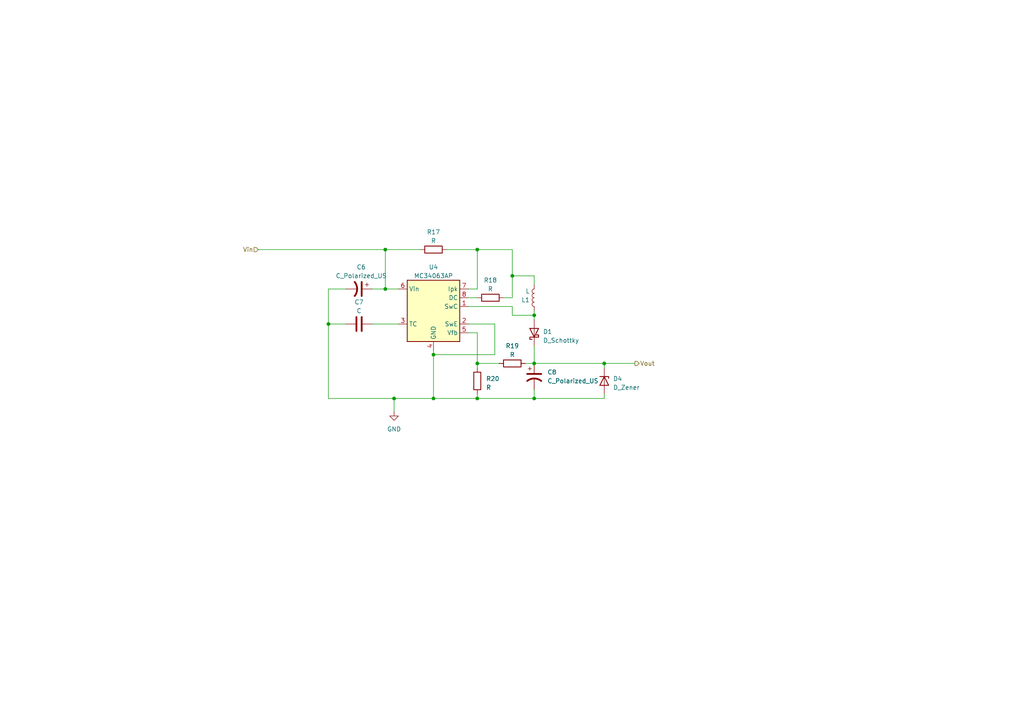
<source format=kicad_sch>
(kicad_sch (version 20230121) (generator eeschema)

  (uuid 8dfc17ad-f658-44a1-8855-903ab76147fe)

  (paper "A4")

  (lib_symbols
    (symbol "Device:C" (pin_numbers hide) (pin_names (offset 0.254)) (in_bom yes) (on_board yes)
      (property "Reference" "C" (at 0.635 2.54 0)
        (effects (font (size 1.27 1.27)) (justify left))
      )
      (property "Value" "C" (at 0.635 -2.54 0)
        (effects (font (size 1.27 1.27)) (justify left))
      )
      (property "Footprint" "" (at 0.9652 -3.81 0)
        (effects (font (size 1.27 1.27)) hide)
      )
      (property "Datasheet" "~" (at 0 0 0)
        (effects (font (size 1.27 1.27)) hide)
      )
      (property "ki_keywords" "cap capacitor" (at 0 0 0)
        (effects (font (size 1.27 1.27)) hide)
      )
      (property "ki_description" "Unpolarized capacitor" (at 0 0 0)
        (effects (font (size 1.27 1.27)) hide)
      )
      (property "ki_fp_filters" "C_*" (at 0 0 0)
        (effects (font (size 1.27 1.27)) hide)
      )
      (symbol "C_0_1"
        (polyline
          (pts
            (xy -2.032 -0.762)
            (xy 2.032 -0.762)
          )
          (stroke (width 0.508) (type default))
          (fill (type none))
        )
        (polyline
          (pts
            (xy -2.032 0.762)
            (xy 2.032 0.762)
          )
          (stroke (width 0.508) (type default))
          (fill (type none))
        )
      )
      (symbol "C_1_1"
        (pin passive line (at 0 3.81 270) (length 2.794)
          (name "~" (effects (font (size 1.27 1.27))))
          (number "1" (effects (font (size 1.27 1.27))))
        )
        (pin passive line (at 0 -3.81 90) (length 2.794)
          (name "~" (effects (font (size 1.27 1.27))))
          (number "2" (effects (font (size 1.27 1.27))))
        )
      )
    )
    (symbol "Device:C_Polarized_US" (pin_numbers hide) (pin_names (offset 0.254) hide) (in_bom yes) (on_board yes)
      (property "Reference" "C" (at 0.635 2.54 0)
        (effects (font (size 1.27 1.27)) (justify left))
      )
      (property "Value" "C_Polarized_US" (at 0.635 -2.54 0)
        (effects (font (size 1.27 1.27)) (justify left))
      )
      (property "Footprint" "" (at 0 0 0)
        (effects (font (size 1.27 1.27)) hide)
      )
      (property "Datasheet" "~" (at 0 0 0)
        (effects (font (size 1.27 1.27)) hide)
      )
      (property "ki_keywords" "cap capacitor" (at 0 0 0)
        (effects (font (size 1.27 1.27)) hide)
      )
      (property "ki_description" "Polarized capacitor, US symbol" (at 0 0 0)
        (effects (font (size 1.27 1.27)) hide)
      )
      (property "ki_fp_filters" "CP_*" (at 0 0 0)
        (effects (font (size 1.27 1.27)) hide)
      )
      (symbol "C_Polarized_US_0_1"
        (polyline
          (pts
            (xy -2.032 0.762)
            (xy 2.032 0.762)
          )
          (stroke (width 0.508) (type default))
          (fill (type none))
        )
        (polyline
          (pts
            (xy -1.778 2.286)
            (xy -0.762 2.286)
          )
          (stroke (width 0) (type default))
          (fill (type none))
        )
        (polyline
          (pts
            (xy -1.27 1.778)
            (xy -1.27 2.794)
          )
          (stroke (width 0) (type default))
          (fill (type none))
        )
        (arc (start 2.032 -1.27) (mid 0 -0.5572) (end -2.032 -1.27)
          (stroke (width 0.508) (type default))
          (fill (type none))
        )
      )
      (symbol "C_Polarized_US_1_1"
        (pin passive line (at 0 3.81 270) (length 2.794)
          (name "~" (effects (font (size 1.27 1.27))))
          (number "1" (effects (font (size 1.27 1.27))))
        )
        (pin passive line (at 0 -3.81 90) (length 3.302)
          (name "~" (effects (font (size 1.27 1.27))))
          (number "2" (effects (font (size 1.27 1.27))))
        )
      )
    )
    (symbol "Device:D_Schottky" (pin_numbers hide) (pin_names (offset 1.016) hide) (in_bom yes) (on_board yes)
      (property "Reference" "D" (at 0 2.54 0)
        (effects (font (size 1.27 1.27)))
      )
      (property "Value" "D_Schottky" (at 0 -2.54 0)
        (effects (font (size 1.27 1.27)))
      )
      (property "Footprint" "" (at 0 0 0)
        (effects (font (size 1.27 1.27)) hide)
      )
      (property "Datasheet" "~" (at 0 0 0)
        (effects (font (size 1.27 1.27)) hide)
      )
      (property "ki_keywords" "diode Schottky" (at 0 0 0)
        (effects (font (size 1.27 1.27)) hide)
      )
      (property "ki_description" "Schottky diode" (at 0 0 0)
        (effects (font (size 1.27 1.27)) hide)
      )
      (property "ki_fp_filters" "TO-???* *_Diode_* *SingleDiode* D_*" (at 0 0 0)
        (effects (font (size 1.27 1.27)) hide)
      )
      (symbol "D_Schottky_0_1"
        (polyline
          (pts
            (xy 1.27 0)
            (xy -1.27 0)
          )
          (stroke (width 0) (type default))
          (fill (type none))
        )
        (polyline
          (pts
            (xy 1.27 1.27)
            (xy 1.27 -1.27)
            (xy -1.27 0)
            (xy 1.27 1.27)
          )
          (stroke (width 0.254) (type default))
          (fill (type none))
        )
        (polyline
          (pts
            (xy -1.905 0.635)
            (xy -1.905 1.27)
            (xy -1.27 1.27)
            (xy -1.27 -1.27)
            (xy -0.635 -1.27)
            (xy -0.635 -0.635)
          )
          (stroke (width 0.254) (type default))
          (fill (type none))
        )
      )
      (symbol "D_Schottky_1_1"
        (pin passive line (at -3.81 0 0) (length 2.54)
          (name "K" (effects (font (size 1.27 1.27))))
          (number "1" (effects (font (size 1.27 1.27))))
        )
        (pin passive line (at 3.81 0 180) (length 2.54)
          (name "A" (effects (font (size 1.27 1.27))))
          (number "2" (effects (font (size 1.27 1.27))))
        )
      )
    )
    (symbol "Device:D_Zener" (pin_numbers hide) (pin_names (offset 1.016) hide) (in_bom yes) (on_board yes)
      (property "Reference" "D" (at 0 2.54 0)
        (effects (font (size 1.27 1.27)))
      )
      (property "Value" "D_Zener" (at 0 -2.54 0)
        (effects (font (size 1.27 1.27)))
      )
      (property "Footprint" "" (at 0 0 0)
        (effects (font (size 1.27 1.27)) hide)
      )
      (property "Datasheet" "~" (at 0 0 0)
        (effects (font (size 1.27 1.27)) hide)
      )
      (property "ki_keywords" "diode" (at 0 0 0)
        (effects (font (size 1.27 1.27)) hide)
      )
      (property "ki_description" "Zener diode" (at 0 0 0)
        (effects (font (size 1.27 1.27)) hide)
      )
      (property "ki_fp_filters" "TO-???* *_Diode_* *SingleDiode* D_*" (at 0 0 0)
        (effects (font (size 1.27 1.27)) hide)
      )
      (symbol "D_Zener_0_1"
        (polyline
          (pts
            (xy 1.27 0)
            (xy -1.27 0)
          )
          (stroke (width 0) (type default))
          (fill (type none))
        )
        (polyline
          (pts
            (xy -1.27 -1.27)
            (xy -1.27 1.27)
            (xy -0.762 1.27)
          )
          (stroke (width 0.254) (type default))
          (fill (type none))
        )
        (polyline
          (pts
            (xy 1.27 -1.27)
            (xy 1.27 1.27)
            (xy -1.27 0)
            (xy 1.27 -1.27)
          )
          (stroke (width 0.254) (type default))
          (fill (type none))
        )
      )
      (symbol "D_Zener_1_1"
        (pin passive line (at -3.81 0 0) (length 2.54)
          (name "K" (effects (font (size 1.27 1.27))))
          (number "1" (effects (font (size 1.27 1.27))))
        )
        (pin passive line (at 3.81 0 180) (length 2.54)
          (name "A" (effects (font (size 1.27 1.27))))
          (number "2" (effects (font (size 1.27 1.27))))
        )
      )
    )
    (symbol "Device:L" (pin_numbers hide) (pin_names (offset 1.016) hide) (in_bom yes) (on_board yes)
      (property "Reference" "L" (at -1.27 0 90)
        (effects (font (size 1.27 1.27)))
      )
      (property "Value" "L" (at 1.905 0 90)
        (effects (font (size 1.27 1.27)))
      )
      (property "Footprint" "" (at 0 0 0)
        (effects (font (size 1.27 1.27)) hide)
      )
      (property "Datasheet" "~" (at 0 0 0)
        (effects (font (size 1.27 1.27)) hide)
      )
      (property "ki_keywords" "inductor choke coil reactor magnetic" (at 0 0 0)
        (effects (font (size 1.27 1.27)) hide)
      )
      (property "ki_description" "Inductor" (at 0 0 0)
        (effects (font (size 1.27 1.27)) hide)
      )
      (property "ki_fp_filters" "Choke_* *Coil* Inductor_* L_*" (at 0 0 0)
        (effects (font (size 1.27 1.27)) hide)
      )
      (symbol "L_0_1"
        (arc (start 0 -2.54) (mid 0.6323 -1.905) (end 0 -1.27)
          (stroke (width 0) (type default))
          (fill (type none))
        )
        (arc (start 0 -1.27) (mid 0.6323 -0.635) (end 0 0)
          (stroke (width 0) (type default))
          (fill (type none))
        )
        (arc (start 0 0) (mid 0.6323 0.635) (end 0 1.27)
          (stroke (width 0) (type default))
          (fill (type none))
        )
        (arc (start 0 1.27) (mid 0.6323 1.905) (end 0 2.54)
          (stroke (width 0) (type default))
          (fill (type none))
        )
      )
      (symbol "L_1_1"
        (pin passive line (at 0 3.81 270) (length 1.27)
          (name "1" (effects (font (size 1.27 1.27))))
          (number "1" (effects (font (size 1.27 1.27))))
        )
        (pin passive line (at 0 -3.81 90) (length 1.27)
          (name "2" (effects (font (size 1.27 1.27))))
          (number "2" (effects (font (size 1.27 1.27))))
        )
      )
    )
    (symbol "Device:R" (pin_numbers hide) (pin_names (offset 0)) (in_bom yes) (on_board yes)
      (property "Reference" "R" (at 2.032 0 90)
        (effects (font (size 1.27 1.27)))
      )
      (property "Value" "R" (at 0 0 90)
        (effects (font (size 1.27 1.27)))
      )
      (property "Footprint" "" (at -1.778 0 90)
        (effects (font (size 1.27 1.27)) hide)
      )
      (property "Datasheet" "~" (at 0 0 0)
        (effects (font (size 1.27 1.27)) hide)
      )
      (property "ki_keywords" "R res resistor" (at 0 0 0)
        (effects (font (size 1.27 1.27)) hide)
      )
      (property "ki_description" "Resistor" (at 0 0 0)
        (effects (font (size 1.27 1.27)) hide)
      )
      (property "ki_fp_filters" "R_*" (at 0 0 0)
        (effects (font (size 1.27 1.27)) hide)
      )
      (symbol "R_0_1"
        (rectangle (start -1.016 -2.54) (end 1.016 2.54)
          (stroke (width 0.254) (type default))
          (fill (type none))
        )
      )
      (symbol "R_1_1"
        (pin passive line (at 0 3.81 270) (length 1.27)
          (name "~" (effects (font (size 1.27 1.27))))
          (number "1" (effects (font (size 1.27 1.27))))
        )
        (pin passive line (at 0 -3.81 90) (length 1.27)
          (name "~" (effects (font (size 1.27 1.27))))
          (number "2" (effects (font (size 1.27 1.27))))
        )
      )
    )
    (symbol "Regulator_Switching:MC34063AP" (in_bom yes) (on_board yes)
      (property "Reference" "U" (at -7.62 8.89 0)
        (effects (font (size 1.27 1.27)) (justify left))
      )
      (property "Value" "MC34063AP" (at 0 8.89 0)
        (effects (font (size 1.27 1.27)) (justify left))
      )
      (property "Footprint" "Package_DIP:DIP-8_W7.62mm" (at 1.27 -11.43 0)
        (effects (font (size 1.27 1.27)) (justify left) hide)
      )
      (property "Datasheet" "http://www.onsemi.com/pub_link/Collateral/MC34063A-D.PDF" (at 12.7 -2.54 0)
        (effects (font (size 1.27 1.27)) hide)
      )
      (property "ki_keywords" "smps buck boost inverting" (at 0 0 0)
        (effects (font (size 1.27 1.27)) hide)
      )
      (property "ki_description" "1.5A, step-up/down/inverting switching regulator, 3-40V Vin, 100kHz, DIP-8" (at 0 0 0)
        (effects (font (size 1.27 1.27)) hide)
      )
      (property "ki_fp_filters" "DIP*W7.62mm*" (at 0 0 0)
        (effects (font (size 1.27 1.27)) hide)
      )
      (symbol "MC34063AP_0_1"
        (rectangle (start -7.62 7.62) (end 7.62 -10.16)
          (stroke (width 0.254) (type default))
          (fill (type background))
        )
      )
      (symbol "MC34063AP_1_1"
        (pin open_collector line (at 10.16 0 180) (length 2.54)
          (name "SwC" (effects (font (size 1.27 1.27))))
          (number "1" (effects (font (size 1.27 1.27))))
        )
        (pin open_emitter line (at 10.16 -5.08 180) (length 2.54)
          (name "SwE" (effects (font (size 1.27 1.27))))
          (number "2" (effects (font (size 1.27 1.27))))
        )
        (pin passive line (at -10.16 -5.08 0) (length 2.54)
          (name "TC" (effects (font (size 1.27 1.27))))
          (number "3" (effects (font (size 1.27 1.27))))
        )
        (pin power_in line (at 0 -12.7 90) (length 2.54)
          (name "GND" (effects (font (size 1.27 1.27))))
          (number "4" (effects (font (size 1.27 1.27))))
        )
        (pin input line (at 10.16 -7.62 180) (length 2.54)
          (name "Vfb" (effects (font (size 1.27 1.27))))
          (number "5" (effects (font (size 1.27 1.27))))
        )
        (pin power_in line (at -10.16 5.08 0) (length 2.54)
          (name "Vin" (effects (font (size 1.27 1.27))))
          (number "6" (effects (font (size 1.27 1.27))))
        )
        (pin input line (at 10.16 5.08 180) (length 2.54)
          (name "Ipk" (effects (font (size 1.27 1.27))))
          (number "7" (effects (font (size 1.27 1.27))))
        )
        (pin open_collector line (at 10.16 2.54 180) (length 2.54)
          (name "DC" (effects (font (size 1.27 1.27))))
          (number "8" (effects (font (size 1.27 1.27))))
        )
      )
    )
    (symbol "power:GND" (power) (pin_names (offset 0)) (in_bom yes) (on_board yes)
      (property "Reference" "#PWR" (at 0 -6.35 0)
        (effects (font (size 1.27 1.27)) hide)
      )
      (property "Value" "GND" (at 0 -3.81 0)
        (effects (font (size 1.27 1.27)))
      )
      (property "Footprint" "" (at 0 0 0)
        (effects (font (size 1.27 1.27)) hide)
      )
      (property "Datasheet" "" (at 0 0 0)
        (effects (font (size 1.27 1.27)) hide)
      )
      (property "ki_keywords" "global power" (at 0 0 0)
        (effects (font (size 1.27 1.27)) hide)
      )
      (property "ki_description" "Power symbol creates a global label with name \"GND\" , ground" (at 0 0 0)
        (effects (font (size 1.27 1.27)) hide)
      )
      (symbol "GND_0_1"
        (polyline
          (pts
            (xy 0 0)
            (xy 0 -1.27)
            (xy 1.27 -1.27)
            (xy 0 -2.54)
            (xy -1.27 -1.27)
            (xy 0 -1.27)
          )
          (stroke (width 0) (type default))
          (fill (type none))
        )
      )
      (symbol "GND_1_1"
        (pin power_in line (at 0 0 270) (length 0) hide
          (name "GND" (effects (font (size 1.27 1.27))))
          (number "1" (effects (font (size 1.27 1.27))))
        )
      )
    )
  )

  (junction (at 95.25 93.98) (diameter 0) (color 0 0 0 0)
    (uuid 05796b5a-4ec4-49f2-9362-4669b3642af5)
  )
  (junction (at 138.43 72.39) (diameter 0) (color 0 0 0 0)
    (uuid 09c4e390-7a86-4c00-ad61-8f609e374af1)
  )
  (junction (at 114.3 115.57) (diameter 0) (color 0 0 0 0)
    (uuid 0eadf8fb-c49d-4282-949c-c91d73947429)
  )
  (junction (at 138.43 105.41) (diameter 0) (color 0 0 0 0)
    (uuid 13e15c7a-c2fb-4fca-a96f-3c5fa44cd5b8)
  )
  (junction (at 154.94 105.41) (diameter 0) (color 0 0 0 0)
    (uuid 358fb042-d469-4d6a-857c-7acc563fac1f)
  )
  (junction (at 154.94 115.57) (diameter 0) (color 0 0 0 0)
    (uuid 94d9f6aa-362b-4e9f-8989-3358fab2f962)
  )
  (junction (at 175.26 105.41) (diameter 0) (color 0 0 0 0)
    (uuid b3e9efbf-73b6-4c67-9201-2a4e9924fb8e)
  )
  (junction (at 125.73 115.57) (diameter 0) (color 0 0 0 0)
    (uuid c2b5c521-c48f-43ea-929c-5f3c19842050)
  )
  (junction (at 138.43 115.57) (diameter 0) (color 0 0 0 0)
    (uuid c8079428-3b79-477b-a82c-6a68613fba8f)
  )
  (junction (at 154.94 91.44) (diameter 0) (color 0 0 0 0)
    (uuid d0c7d045-a181-4203-8463-6a5f08dfe09a)
  )
  (junction (at 148.59 80.01) (diameter 0) (color 0 0 0 0)
    (uuid d9d15225-4342-4d10-bbca-a5ef5e3ce815)
  )
  (junction (at 125.73 102.87) (diameter 0) (color 0 0 0 0)
    (uuid da21e461-e2cb-4c72-8ff3-caf12de30e31)
  )
  (junction (at 111.76 72.39) (diameter 0) (color 0 0 0 0)
    (uuid e3792cb4-27d6-40eb-b7af-f7ed97fe7009)
  )
  (junction (at 111.76 83.82) (diameter 0) (color 0 0 0 0)
    (uuid e59b5a70-5389-4d72-8ff1-14e98be70940)
  )

  (wire (pts (xy 100.33 93.98) (xy 95.25 93.98))
    (stroke (width 0) (type default))
    (uuid 0f500e75-3323-4496-8b44-46c567c05df9)
  )
  (wire (pts (xy 175.26 114.3) (xy 175.26 115.57))
    (stroke (width 0) (type default))
    (uuid 16e72b5b-fc86-40a7-8bed-b42dcc13a829)
  )
  (wire (pts (xy 148.59 86.36) (xy 148.59 80.01))
    (stroke (width 0) (type default))
    (uuid 1d1dc612-70ce-4e52-bb22-d051dd528d70)
  )
  (wire (pts (xy 95.25 93.98) (xy 95.25 115.57))
    (stroke (width 0) (type default))
    (uuid 2b52377c-e843-4951-9abf-6ddd3a1183a1)
  )
  (wire (pts (xy 154.94 100.33) (xy 154.94 105.41))
    (stroke (width 0) (type default))
    (uuid 2cffa8a7-f1a0-4104-9cfc-f7cc078183d9)
  )
  (wire (pts (xy 152.4 105.41) (xy 154.94 105.41))
    (stroke (width 0) (type default))
    (uuid 322c3b8c-bb65-461c-860c-39618c34593b)
  )
  (wire (pts (xy 135.89 96.52) (xy 138.43 96.52))
    (stroke (width 0) (type default))
    (uuid 37ce2b6c-97ae-4234-a6b7-1e53da8ce3af)
  )
  (wire (pts (xy 154.94 91.44) (xy 154.94 92.71))
    (stroke (width 0) (type default))
    (uuid 3d4924be-b150-4f2d-be44-ff55c5a4b309)
  )
  (wire (pts (xy 111.76 83.82) (xy 111.76 72.39))
    (stroke (width 0) (type default))
    (uuid 406d2f8b-fd1a-423c-942f-ded33f762891)
  )
  (wire (pts (xy 111.76 83.82) (xy 115.57 83.82))
    (stroke (width 0) (type default))
    (uuid 53693d56-c0dd-4a21-b228-b570dda704cd)
  )
  (wire (pts (xy 175.26 105.41) (xy 175.26 106.68))
    (stroke (width 0) (type default))
    (uuid 55db7c0f-9c18-4520-b252-e89853821827)
  )
  (wire (pts (xy 146.05 86.36) (xy 148.59 86.36))
    (stroke (width 0) (type default))
    (uuid 57d5f1d2-9df1-4fe4-8db9-1228b71e7c5c)
  )
  (wire (pts (xy 154.94 91.44) (xy 154.94 90.17))
    (stroke (width 0) (type default))
    (uuid 58a29a39-0652-449c-8632-b3121c8ca649)
  )
  (wire (pts (xy 144.78 105.41) (xy 138.43 105.41))
    (stroke (width 0) (type default))
    (uuid 5c92075c-d071-44d3-89fd-70f0134124d5)
  )
  (wire (pts (xy 114.3 115.57) (xy 95.25 115.57))
    (stroke (width 0) (type default))
    (uuid 6c569f1f-ef08-4c5c-8966-a8e1106df91a)
  )
  (wire (pts (xy 135.89 83.82) (xy 138.43 83.82))
    (stroke (width 0) (type default))
    (uuid 6c8c94e4-3d06-4171-bf72-f13d80848cae)
  )
  (wire (pts (xy 138.43 72.39) (xy 148.59 72.39))
    (stroke (width 0) (type default))
    (uuid 6ebc8198-620d-4e1a-84cc-2f1454ca63c7)
  )
  (wire (pts (xy 148.59 80.01) (xy 154.94 80.01))
    (stroke (width 0) (type default))
    (uuid 735bac72-4526-4546-8c23-1d5421cdc75f)
  )
  (wire (pts (xy 125.73 101.6) (xy 125.73 102.87))
    (stroke (width 0) (type default))
    (uuid 7e6d3562-1c9c-4e6c-8815-109ada6b0e31)
  )
  (wire (pts (xy 125.73 115.57) (xy 114.3 115.57))
    (stroke (width 0) (type default))
    (uuid 882df963-532b-4e68-acea-b91b556eeddb)
  )
  (wire (pts (xy 135.89 93.98) (xy 143.51 93.98))
    (stroke (width 0) (type default))
    (uuid 8da39c92-f1cc-4edf-aca9-42a12bb3f48a)
  )
  (wire (pts (xy 74.93 72.39) (xy 111.76 72.39))
    (stroke (width 0) (type default))
    (uuid 8dba997a-a7b6-4d09-8adc-80f020275261)
  )
  (wire (pts (xy 148.59 88.9) (xy 148.59 91.44))
    (stroke (width 0) (type default))
    (uuid 8e872a47-9bb1-40e0-9198-76c4c13d0c2d)
  )
  (wire (pts (xy 138.43 115.57) (xy 154.94 115.57))
    (stroke (width 0) (type default))
    (uuid 936b582d-7ccc-4ebd-b54f-e94e90060013)
  )
  (wire (pts (xy 95.25 83.82) (xy 100.33 83.82))
    (stroke (width 0) (type default))
    (uuid 94b635cb-6442-4ce7-a349-9558bedb093c)
  )
  (wire (pts (xy 138.43 105.41) (xy 138.43 106.68))
    (stroke (width 0) (type default))
    (uuid 98568214-e1b8-4ecb-82f4-9395a494a285)
  )
  (wire (pts (xy 143.51 102.87) (xy 125.73 102.87))
    (stroke (width 0) (type default))
    (uuid 9b53d5ba-fd31-4528-89e5-251beddc4510)
  )
  (wire (pts (xy 138.43 114.3) (xy 138.43 115.57))
    (stroke (width 0) (type default))
    (uuid 9df2acbc-4ca8-4fd2-9fff-9525b1bedc3f)
  )
  (wire (pts (xy 143.51 93.98) (xy 143.51 102.87))
    (stroke (width 0) (type default))
    (uuid a2900183-fadc-471f-9c09-3de9fe392076)
  )
  (wire (pts (xy 175.26 105.41) (xy 184.15 105.41))
    (stroke (width 0) (type default))
    (uuid a5a55057-f667-4e69-a756-dfea055e4a3b)
  )
  (wire (pts (xy 129.54 72.39) (xy 138.43 72.39))
    (stroke (width 0) (type default))
    (uuid aa743d86-098a-4a2f-908e-f121b391f6c3)
  )
  (wire (pts (xy 154.94 105.41) (xy 175.26 105.41))
    (stroke (width 0) (type default))
    (uuid b09702ec-e0c6-4843-9be5-111a702d65ab)
  )
  (wire (pts (xy 135.89 88.9) (xy 148.59 88.9))
    (stroke (width 0) (type default))
    (uuid b2aca383-4d2b-42af-b3fa-08f880814dbe)
  )
  (wire (pts (xy 154.94 115.57) (xy 175.26 115.57))
    (stroke (width 0) (type default))
    (uuid b642f8fd-6c10-455b-95b6-b62bbb790e36)
  )
  (wire (pts (xy 95.25 83.82) (xy 95.25 93.98))
    (stroke (width 0) (type default))
    (uuid b892e21c-1fd7-4be7-b8a0-fe711ad04a05)
  )
  (wire (pts (xy 138.43 115.57) (xy 125.73 115.57))
    (stroke (width 0) (type default))
    (uuid b8df1463-7942-4226-b00d-6020688058b2)
  )
  (wire (pts (xy 148.59 80.01) (xy 148.59 72.39))
    (stroke (width 0) (type default))
    (uuid ba4dd974-728c-4546-ba72-aa413e48328e)
  )
  (wire (pts (xy 107.95 83.82) (xy 111.76 83.82))
    (stroke (width 0) (type default))
    (uuid c580f500-3be3-44c5-a7c1-4646101adc4d)
  )
  (wire (pts (xy 138.43 96.52) (xy 138.43 105.41))
    (stroke (width 0) (type default))
    (uuid c971cbe8-0f28-4f19-8b6b-d1616d5e8594)
  )
  (wire (pts (xy 114.3 115.57) (xy 114.3 119.38))
    (stroke (width 0) (type default))
    (uuid cb516de9-b12c-435a-8760-15bf201fb850)
  )
  (wire (pts (xy 138.43 72.39) (xy 138.43 83.82))
    (stroke (width 0) (type default))
    (uuid d754051d-ee73-406c-b905-037f26567b08)
  )
  (wire (pts (xy 154.94 115.57) (xy 154.94 113.03))
    (stroke (width 0) (type default))
    (uuid e045e914-54cc-41c4-80e4-60e2acf31e7e)
  )
  (wire (pts (xy 148.59 91.44) (xy 154.94 91.44))
    (stroke (width 0) (type default))
    (uuid e2dc008c-fc08-480c-aa02-fe36c500f6dc)
  )
  (wire (pts (xy 111.76 72.39) (xy 121.92 72.39))
    (stroke (width 0) (type default))
    (uuid e51b1b47-a0f6-40b9-a729-3518f3a2f525)
  )
  (wire (pts (xy 154.94 82.55) (xy 154.94 80.01))
    (stroke (width 0) (type default))
    (uuid e798d78b-6e22-4ce8-8c7c-65508201a095)
  )
  (wire (pts (xy 107.95 93.98) (xy 115.57 93.98))
    (stroke (width 0) (type default))
    (uuid ec7f4732-becb-4e35-9ee4-b5e779dec40c)
  )
  (wire (pts (xy 135.89 86.36) (xy 138.43 86.36))
    (stroke (width 0) (type default))
    (uuid ef2322e0-d8e8-44d4-a32b-4fc67c589ad2)
  )
  (wire (pts (xy 125.73 102.87) (xy 125.73 115.57))
    (stroke (width 0) (type default))
    (uuid f0babcad-ecde-499b-a881-0a0e92f7c27f)
  )

  (hierarchical_label "Vout" (shape output) (at 184.15 105.41 0) (fields_autoplaced)
    (effects (font (size 1.27 1.27)) (justify left))
    (uuid 45da2905-3b30-4974-ba9f-717909b6ff9b)
  )
  (hierarchical_label "Vin" (shape input) (at 74.93 72.39 180) (fields_autoplaced)
    (effects (font (size 1.27 1.27)) (justify right))
    (uuid cef8f95a-a3e2-4b78-8e90-d8a43441a20c)
  )

  (symbol (lib_id "Device:C_Polarized_US") (at 154.94 109.22 0) (unit 1)
    (in_bom yes) (on_board yes) (dnp no) (fields_autoplaced)
    (uuid 0eceddd3-0793-431f-b34a-131b968fba9f)
    (property "Reference" "C8" (at 158.75 107.95 0)
      (effects (font (size 1.27 1.27)) (justify left))
    )
    (property "Value" "C_Polarized_US" (at 158.75 110.49 0)
      (effects (font (size 1.27 1.27)) (justify left))
    )
    (property "Footprint" "Capacitor_THT:CP_Radial_D10.0mm_P5.00mm" (at 154.94 109.22 0)
      (effects (font (size 1.27 1.27)) hide)
    )
    (property "Datasheet" "~" (at 154.94 109.22 0)
      (effects (font (size 1.27 1.27)) hide)
    )
    (pin "1" (uuid e30d3978-0b8f-461e-9adf-e55dcb7ce672))
    (pin "2" (uuid 287eff66-ddc6-42e4-b9b6-f8594c64c560))
    (instances
      (project "projektkicad"
        (path "/e57db828-30b6-44fa-8660-1cf6ed92f420/739e3d23-c774-4dbe-93cc-4ba9674db9f1"
          (reference "C8") (unit 1)
        )
      )
    )
  )

  (symbol (lib_id "Device:D_Schottky") (at 154.94 96.52 90) (unit 1)
    (in_bom yes) (on_board yes) (dnp no) (fields_autoplaced)
    (uuid 473d9663-003e-4b86-9305-ad1a4ff12c34)
    (property "Reference" "D1" (at 157.48 96.2025 90)
      (effects (font (size 1.27 1.27)) (justify right))
    )
    (property "Value" "D_Schottky" (at 157.48 98.7425 90)
      (effects (font (size 1.27 1.27)) (justify right))
    )
    (property "Footprint" "Diode_SMD:D_SMA_Handsoldering" (at 154.94 96.52 0)
      (effects (font (size 1.27 1.27)) hide)
    )
    (property "Datasheet" "~" (at 154.94 96.52 0)
      (effects (font (size 1.27 1.27)) hide)
    )
    (pin "1" (uuid de1d1385-5d62-4954-bca1-bce60aa051a9))
    (pin "2" (uuid 95e93ac4-1247-4ab5-940b-8108f42d2bca))
    (instances
      (project "projektkicad"
        (path "/e57db828-30b6-44fa-8660-1cf6ed92f420/739e3d23-c774-4dbe-93cc-4ba9674db9f1"
          (reference "D1") (unit 1)
        )
      )
    )
  )

  (symbol (lib_id "Regulator_Switching:MC34063AP") (at 125.73 88.9 0) (unit 1)
    (in_bom yes) (on_board yes) (dnp no) (fields_autoplaced)
    (uuid 4745226b-aeb7-44e3-bd11-30955fd527a4)
    (property "Reference" "U4" (at 125.73 77.47 0)
      (effects (font (size 1.27 1.27)))
    )
    (property "Value" "MC34063AP" (at 125.73 80.01 0)
      (effects (font (size 1.27 1.27)))
    )
    (property "Footprint" "Package_DIP:DIP-8_W7.62mm" (at 127 100.33 0)
      (effects (font (size 1.27 1.27)) (justify left) hide)
    )
    (property "Datasheet" "http://www.onsemi.com/pub_link/Collateral/MC34063A-D.PDF" (at 138.43 91.44 0)
      (effects (font (size 1.27 1.27)) hide)
    )
    (pin "1" (uuid 949e6060-cd83-41e2-991e-4a03a4a62515))
    (pin "2" (uuid bc896c83-7177-47fd-abdd-8a5ae7f32459))
    (pin "3" (uuid 105df73f-a290-4597-8153-91c2a01eca80))
    (pin "4" (uuid dd6e199d-d779-46a1-ac6f-e3d2319cfd35))
    (pin "5" (uuid d03c8076-569d-447f-a133-63b16275d74d))
    (pin "6" (uuid 4849148e-0e87-4fa9-8557-5842039ac5b1))
    (pin "7" (uuid 372ecbc3-c1be-48b7-b7f7-1c1dbf56f47c))
    (pin "8" (uuid 2dc17518-48e7-4a55-ae8d-cce791336706))
    (instances
      (project "projektkicad"
        (path "/e57db828-30b6-44fa-8660-1cf6ed92f420"
          (reference "U4") (unit 1)
        )
        (path "/e57db828-30b6-44fa-8660-1cf6ed92f420/739e3d23-c774-4dbe-93cc-4ba9674db9f1"
          (reference "U6") (unit 1)
        )
      )
    )
  )

  (symbol (lib_id "Device:R") (at 148.59 105.41 90) (unit 1)
    (in_bom yes) (on_board yes) (dnp no) (fields_autoplaced)
    (uuid 51ee62b1-23a4-4150-99f7-bff095e9713e)
    (property "Reference" "R19" (at 148.59 100.33 90)
      (effects (font (size 1.27 1.27)))
    )
    (property "Value" "R" (at 148.59 102.87 90)
      (effects (font (size 1.27 1.27)))
    )
    (property "Footprint" "Resistor_SMD:R_0805_2012Metric_Pad1.20x1.40mm_HandSolder" (at 148.59 107.188 90)
      (effects (font (size 1.27 1.27)) hide)
    )
    (property "Datasheet" "~" (at 148.59 105.41 0)
      (effects (font (size 1.27 1.27)) hide)
    )
    (pin "1" (uuid a6554da5-57cc-489f-8134-688f1f78dbc6))
    (pin "2" (uuid 9ee8108a-f930-4b26-9628-78be5bbd39e6))
    (instances
      (project "projektkicad"
        (path "/e57db828-30b6-44fa-8660-1cf6ed92f420/739e3d23-c774-4dbe-93cc-4ba9674db9f1"
          (reference "R19") (unit 1)
        )
      )
    )
  )

  (symbol (lib_id "Device:R") (at 125.73 72.39 270) (unit 1)
    (in_bom yes) (on_board yes) (dnp no) (fields_autoplaced)
    (uuid 9533ed7d-443b-432a-907a-f79cebb8bde6)
    (property "Reference" "R17" (at 125.73 67.31 90)
      (effects (font (size 1.27 1.27)))
    )
    (property "Value" "R" (at 125.73 69.85 90)
      (effects (font (size 1.27 1.27)))
    )
    (property "Footprint" "Resistor_SMD:R_0805_2012Metric_Pad1.20x1.40mm_HandSolder" (at 125.73 70.612 90)
      (effects (font (size 1.27 1.27)) hide)
    )
    (property "Datasheet" "~" (at 125.73 72.39 0)
      (effects (font (size 1.27 1.27)) hide)
    )
    (pin "1" (uuid 3710aec2-846f-4afe-9270-c8aa5a4a9716))
    (pin "2" (uuid 11ce84cd-0c42-4d89-aec8-600f00cdf456))
    (instances
      (project "projektkicad"
        (path "/e57db828-30b6-44fa-8660-1cf6ed92f420/739e3d23-c774-4dbe-93cc-4ba9674db9f1"
          (reference "R17") (unit 1)
        )
      )
    )
  )

  (symbol (lib_id "Device:C") (at 104.14 93.98 90) (unit 1)
    (in_bom yes) (on_board yes) (dnp no) (fields_autoplaced)
    (uuid 9ce180d8-844e-4584-b4cb-b1f50542bb2b)
    (property "Reference" "C7" (at 104.14 87.63 90)
      (effects (font (size 1.27 1.27)))
    )
    (property "Value" "C" (at 104.14 90.17 90)
      (effects (font (size 1.27 1.27)))
    )
    (property "Footprint" "Capacitor_SMD:C_0805_2012Metric_Pad1.18x1.45mm_HandSolder" (at 107.95 93.0148 0)
      (effects (font (size 1.27 1.27)) hide)
    )
    (property "Datasheet" "~" (at 104.14 93.98 0)
      (effects (font (size 1.27 1.27)) hide)
    )
    (pin "1" (uuid 31a44212-78c1-4aa3-b7d0-269ce88072ba))
    (pin "2" (uuid 8725072e-2c49-4122-a25e-d13eb35927af))
    (instances
      (project "projektkicad"
        (path "/e57db828-30b6-44fa-8660-1cf6ed92f420/739e3d23-c774-4dbe-93cc-4ba9674db9f1"
          (reference "C7") (unit 1)
        )
      )
    )
  )

  (symbol (lib_id "power:GND") (at 114.3 119.38 0) (unit 1)
    (in_bom yes) (on_board yes) (dnp no) (fields_autoplaced)
    (uuid 9e39305f-c508-47b3-adf9-0ba7671f8523)
    (property "Reference" "#PWR010" (at 114.3 125.73 0)
      (effects (font (size 1.27 1.27)) hide)
    )
    (property "Value" "GND" (at 114.3 124.46 0)
      (effects (font (size 1.27 1.27)))
    )
    (property "Footprint" "" (at 114.3 119.38 0)
      (effects (font (size 1.27 1.27)) hide)
    )
    (property "Datasheet" "" (at 114.3 119.38 0)
      (effects (font (size 1.27 1.27)) hide)
    )
    (pin "1" (uuid e82c6095-241c-4680-ab50-4198eb1c8efb))
    (instances
      (project "projektkicad"
        (path "/e57db828-30b6-44fa-8660-1cf6ed92f420/739e3d23-c774-4dbe-93cc-4ba9674db9f1"
          (reference "#PWR010") (unit 1)
        )
      )
    )
  )

  (symbol (lib_id "Device:R") (at 142.24 86.36 90) (unit 1)
    (in_bom yes) (on_board yes) (dnp no) (fields_autoplaced)
    (uuid a73359a7-d85c-4024-ac7a-6bcf7c734760)
    (property "Reference" "R18" (at 142.24 81.28 90)
      (effects (font (size 1.27 1.27)))
    )
    (property "Value" "R" (at 142.24 83.82 90)
      (effects (font (size 1.27 1.27)))
    )
    (property "Footprint" "Resistor_SMD:R_0805_2012Metric_Pad1.20x1.40mm_HandSolder" (at 142.24 88.138 90)
      (effects (font (size 1.27 1.27)) hide)
    )
    (property "Datasheet" "~" (at 142.24 86.36 0)
      (effects (font (size 1.27 1.27)) hide)
    )
    (pin "1" (uuid feef2cd0-7f49-4673-956b-d66366f3c907))
    (pin "2" (uuid d37a13b5-cfbc-4811-bfff-ed17db3685f8))
    (instances
      (project "projektkicad"
        (path "/e57db828-30b6-44fa-8660-1cf6ed92f420/739e3d23-c774-4dbe-93cc-4ba9674db9f1"
          (reference "R18") (unit 1)
        )
      )
    )
  )

  (symbol (lib_id "Device:D_Zener") (at 175.26 110.49 270) (unit 1)
    (in_bom yes) (on_board yes) (dnp no) (fields_autoplaced)
    (uuid ad5f6885-21db-4d67-b9ef-a8adf700f7b5)
    (property "Reference" "D4" (at 177.8 109.855 90)
      (effects (font (size 1.27 1.27)) (justify left))
    )
    (property "Value" "D_Zener" (at 177.8 112.395 90)
      (effects (font (size 1.27 1.27)) (justify left))
    )
    (property "Footprint" "Diode_SMD:D_SMA_Handsoldering" (at 175.26 110.49 0)
      (effects (font (size 1.27 1.27)) hide)
    )
    (property "Datasheet" "~" (at 175.26 110.49 0)
      (effects (font (size 1.27 1.27)) hide)
    )
    (pin "1" (uuid d37b9ea5-a136-45dc-afa1-693700425d40))
    (pin "2" (uuid 800d5d54-e6c7-49ea-86df-8607e91aa79f))
    (instances
      (project "projektkicad"
        (path "/e57db828-30b6-44fa-8660-1cf6ed92f420/739e3d23-c774-4dbe-93cc-4ba9674db9f1"
          (reference "D4") (unit 1)
        )
      )
    )
  )

  (symbol (lib_id "Device:R") (at 138.43 110.49 0) (unit 1)
    (in_bom yes) (on_board yes) (dnp no) (fields_autoplaced)
    (uuid cefa2e40-d83e-4fbe-8475-acc238126a16)
    (property "Reference" "R20" (at 140.97 109.855 0)
      (effects (font (size 1.27 1.27)) (justify left))
    )
    (property "Value" "R" (at 140.97 112.395 0)
      (effects (font (size 1.27 1.27)) (justify left))
    )
    (property "Footprint" "Resistor_SMD:R_0805_2012Metric_Pad1.20x1.40mm_HandSolder" (at 136.652 110.49 90)
      (effects (font (size 1.27 1.27)) hide)
    )
    (property "Datasheet" "~" (at 138.43 110.49 0)
      (effects (font (size 1.27 1.27)) hide)
    )
    (pin "1" (uuid 17112970-6e73-421c-8755-abffb13be774))
    (pin "2" (uuid b2a3901f-1ed2-42c7-917a-faf9f9ee306f))
    (instances
      (project "projektkicad"
        (path "/e57db828-30b6-44fa-8660-1cf6ed92f420/739e3d23-c774-4dbe-93cc-4ba9674db9f1"
          (reference "R20") (unit 1)
        )
      )
    )
  )

  (symbol (lib_id "Device:L") (at 154.94 86.36 180) (unit 1)
    (in_bom yes) (on_board yes) (dnp no)
    (uuid d3a79c91-1f11-4ad9-ab22-dd397f9a6975)
    (property "Reference" "L1" (at 153.67 86.995 0)
      (effects (font (size 1.27 1.27)) (justify left))
    )
    (property "Value" "L" (at 153.67 84.455 0)
      (effects (font (size 1.27 1.27)) (justify left))
    )
    (property "Footprint" "Inductor_SMD:L_Bourns-SRN6028" (at 154.94 86.36 0)
      (effects (font (size 1.27 1.27)) hide)
    )
    (property "Datasheet" "~" (at 154.94 86.36 0)
      (effects (font (size 1.27 1.27)) hide)
    )
    (pin "1" (uuid cb4e0d04-adfb-4039-9341-fa7d0b47368f))
    (pin "2" (uuid c0066b25-a7d6-47fb-a8b4-877a3fc1363e))
    (instances
      (project "projektkicad"
        (path "/e57db828-30b6-44fa-8660-1cf6ed92f420/739e3d23-c774-4dbe-93cc-4ba9674db9f1"
          (reference "L1") (unit 1)
        )
      )
    )
  )

  (symbol (lib_id "Device:C_Polarized_US") (at 104.14 83.82 270) (unit 1)
    (in_bom yes) (on_board yes) (dnp no) (fields_autoplaced)
    (uuid e11de99d-d9c3-4753-8c0c-5808f1db7763)
    (property "Reference" "C6" (at 104.775 77.47 90)
      (effects (font (size 1.27 1.27)))
    )
    (property "Value" "C_Polarized_US" (at 104.775 80.01 90)
      (effects (font (size 1.27 1.27)))
    )
    (property "Footprint" "Capacitor_THT:CP_Radial_D10.0mm_P5.00mm" (at 104.14 83.82 0)
      (effects (font (size 1.27 1.27)) hide)
    )
    (property "Datasheet" "~" (at 104.14 83.82 0)
      (effects (font (size 1.27 1.27)) hide)
    )
    (pin "1" (uuid 7741fcc0-bc1c-40df-b15e-28668e60073e))
    (pin "2" (uuid aaf3a5b3-785d-48f8-927d-eb3b1412a323))
    (instances
      (project "projektkicad"
        (path "/e57db828-30b6-44fa-8660-1cf6ed92f420/739e3d23-c774-4dbe-93cc-4ba9674db9f1"
          (reference "C6") (unit 1)
        )
      )
    )
  )
)

</source>
